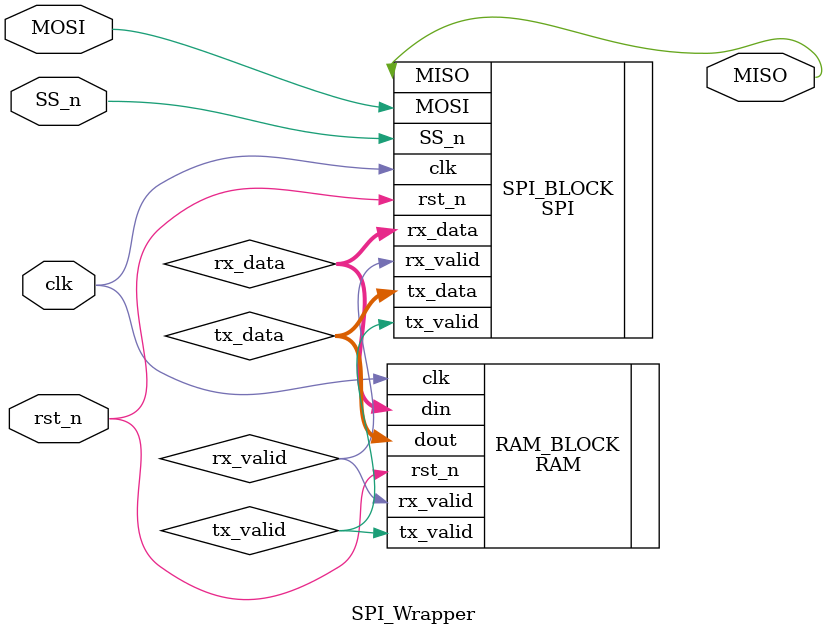
<source format=v>
module SPI_Wrapper(clk, rst_n,MOSI, SS_n,MISO);
input clk,rst_n,MOSI,SS_n;
output MISO;
wire [9:0] rx_data;
wire rx_valid,tx_valid;
wire [7:0] tx_data;
SPI SPI_BLOCK(.MOSI(MOSI),.MISO(MISO),.SS_n(SS_n),.clk(clk),.rst_n(rst_n),.tx_data(tx_data),.tx_valid(tx_valid),.rx_data(rx_data),.rx_valid(rx_valid));
RAM RAM_BLOCK(.din(rx_data),.rx_valid(rx_valid),.clk(clk),.rst_n(rst_n),.dout(tx_data),.tx_valid(tx_valid));
endmodule
</source>
